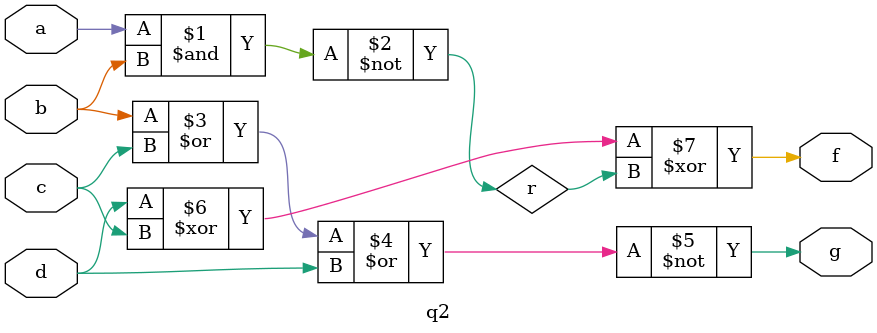
<source format=v>
module q2(a, b, c, d, f,g);
input a, b, c, d;
output f,g;
nand(r, a, b);
nor(g,b,c,d);
xor(f,d,c,r);
endmodule

</source>
